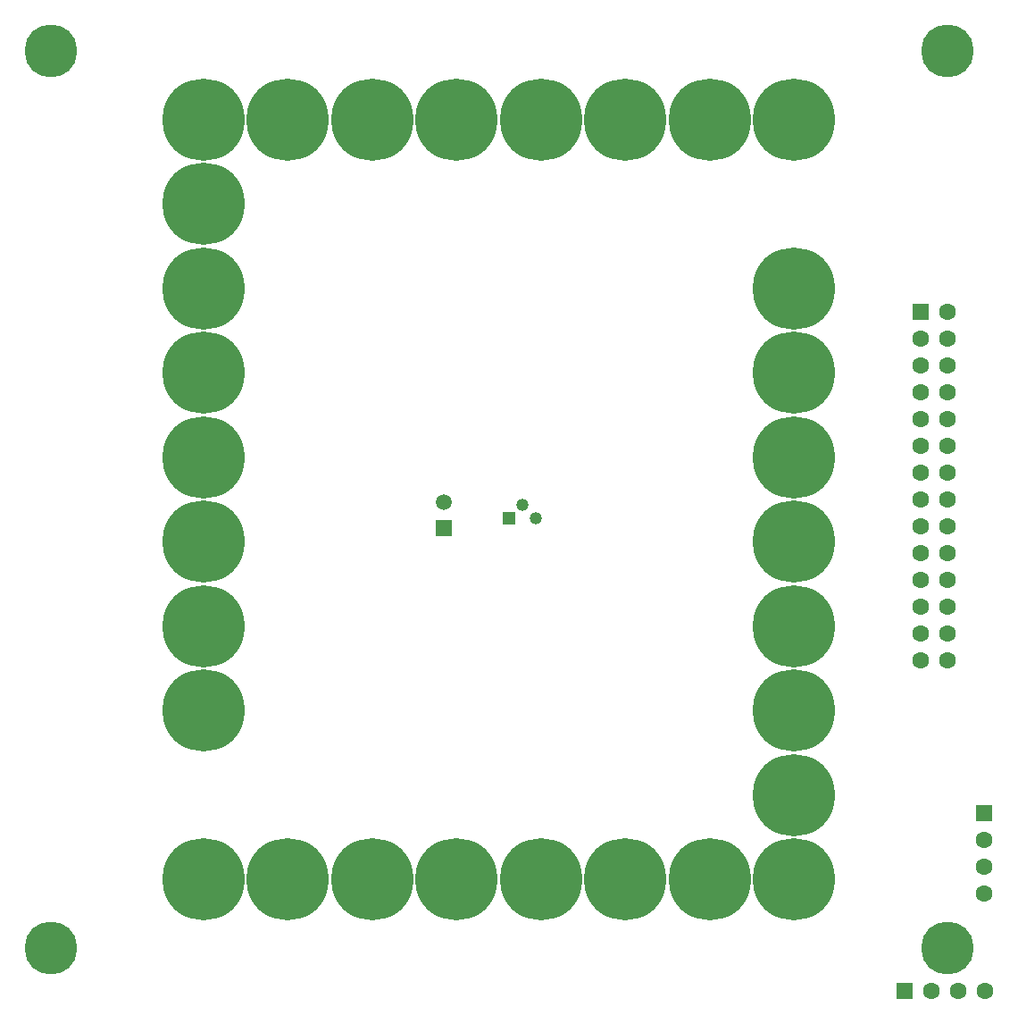
<source format=gbr>
%TF.GenerationSoftware,Altium Limited,Altium Designer,23.9.2 (47)*%
G04 Layer_Color=255*
%FSLAX45Y45*%
%MOMM*%
%TF.SameCoordinates,C134C5B9-E2B3-4718-B1A9-C3C336A3467B*%
%TF.FilePolarity,Positive*%
%TF.FileFunction,Pads,Bot*%
%TF.Part,Single*%
G01*
G75*
%TA.AperFunction,ComponentPad*%
%ADD45C,1.60000*%
%ADD46R,1.60000X1.60000*%
%TA.AperFunction,ViaPad*%
%ADD47C,5.00000*%
%TA.AperFunction,ComponentPad*%
%ADD48C,1.50000*%
%ADD49R,1.50000X1.50000*%
%ADD50C,7.80000*%
%ADD51R,1.60000X1.60000*%
%ADD52C,1.19200*%
%ADD53R,1.19200X1.19200*%
D45*
X4610000Y-4660000D02*
D03*
X4356000D02*
D03*
X4102000D02*
D03*
X4600000Y-3733000D02*
D03*
Y-3479000D02*
D03*
Y-3225000D02*
D03*
X4254000Y1016400D02*
D03*
X4000000Y-1269600D02*
D03*
X4254000Y1270400D02*
D03*
X4000000Y-1523600D02*
D03*
X4254000D02*
D03*
Y-1269600D02*
D03*
Y-1015600D02*
D03*
Y-761600D02*
D03*
Y-507600D02*
D03*
Y-253600D02*
D03*
Y400D02*
D03*
Y254400D02*
D03*
Y508400D02*
D03*
Y762400D02*
D03*
X4000000Y-1015600D02*
D03*
Y-761600D02*
D03*
Y-507600D02*
D03*
Y-253600D02*
D03*
Y400D02*
D03*
Y254400D02*
D03*
Y508400D02*
D03*
Y762400D02*
D03*
Y1016400D02*
D03*
Y1270400D02*
D03*
Y1524400D02*
D03*
X4254000D02*
D03*
Y1778400D02*
D03*
D46*
X3848000Y-4660000D02*
D03*
D47*
X4250000Y4250000D02*
D03*
X-4250000D02*
D03*
Y-4250000D02*
D03*
X4250000D02*
D03*
D48*
X-525000Y-25000D02*
D03*
D49*
Y-275000D02*
D03*
D50*
X2800000Y1200000D02*
D03*
Y400000D02*
D03*
Y-400000D02*
D03*
Y-1200000D02*
D03*
Y-2000000D02*
D03*
Y-2799999D02*
D03*
Y-3599999D02*
D03*
X-2800000Y1200000D02*
D03*
Y2000000D02*
D03*
Y-1200000D02*
D03*
Y-400000D02*
D03*
Y400000D02*
D03*
Y2800000D02*
D03*
X2800000Y3600000D02*
D03*
X-1200000D02*
D03*
X-2000000D02*
D03*
X1200000D02*
D03*
X2000000D02*
D03*
X400000D02*
D03*
X-400000D02*
D03*
X-2800000D02*
D03*
X-1200000Y-3600000D02*
D03*
X-2000000D02*
D03*
X1200000D02*
D03*
X2000000D02*
D03*
X400000D02*
D03*
X-400000D02*
D03*
X-2800000D02*
D03*
Y-2000000D02*
D03*
X2800000Y2000000D02*
D03*
D51*
X4600000Y-2971000D02*
D03*
X4000000Y1778400D02*
D03*
D52*
X223000Y-48000D02*
D03*
X350000Y-175000D02*
D03*
D53*
X96000D02*
D03*
%TF.MD5,55df874967ce8a297effe17728842f45*%
M02*

</source>
